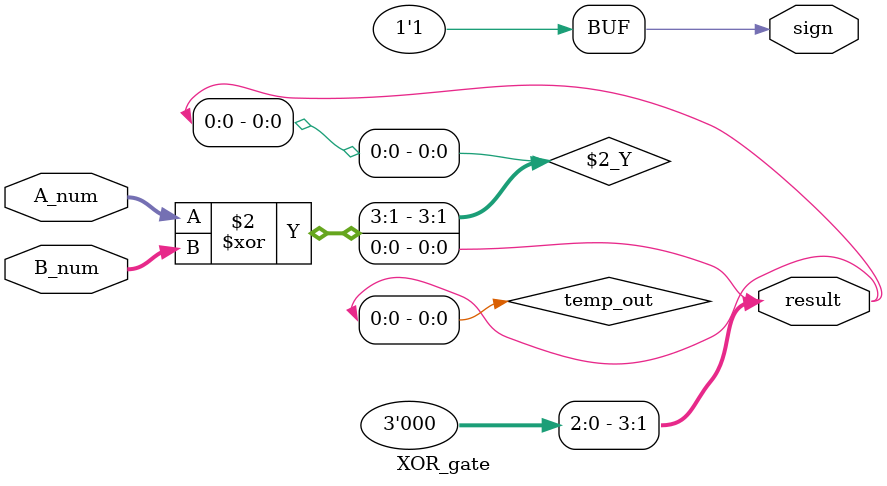
<source format=sv>

module XOR_gate #(parameter N = 4)(
	input logic [N-1:0] A_num,
	input logic [N-1:0] B_num,
	output logic [N-1:0] result,
	output logic sign);
	
	logic temp_out;
	
	
	always @(*) begin
	
		temp_out = A_num ^ B_num; // operación XOR
		
		sign <= 1'b1;
	
	end
	
	
	assign result = temp_out;
	
	
endmodule
</source>
